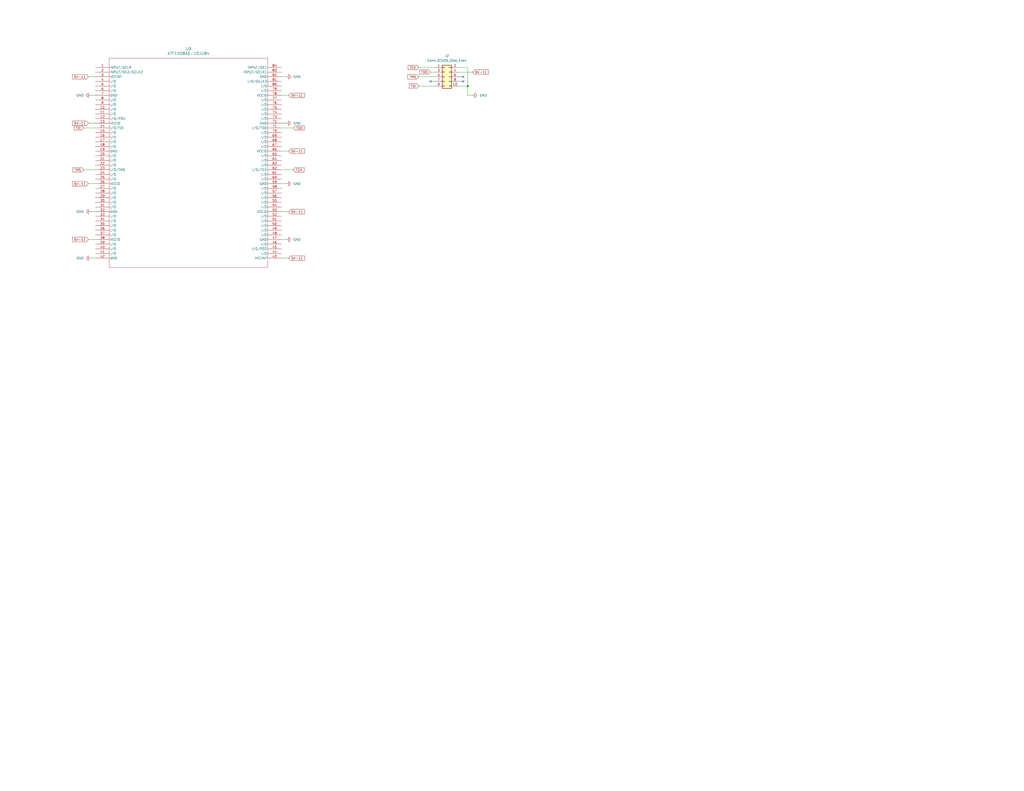
<source format=kicad_sch>
(kicad_sch (version 20250114) (generator "eeschema") (generator_version "9.0")
  (paper "C")
  (lib_symbols
    (symbol "ATF1508AS:ATF1508AS-10JU84" (pin_names (offset 0.254))
      (property "Reference" "U" (at 50.8 10.16 0))
      (property "Value" "ATF1508AS-10JU84" (at 50.8 7.62 0))
      (symbol "ATF1508AS-10JU84_0_1"
        (polyline (pts (xy 7.62 5.08) (xy 7.62 -109.22)) (stroke (width 0.127)))
        (polyline (pts (xy 7.62 -109.22) (xy 93.98 -109.22)) (stroke (width 0.127)))
        (polyline (pts (xy 93.98 5.08) (xy 7.62 5.08)) (stroke (width 0.127)))
        (polyline (pts (xy 93.98 -109.22) (xy 93.98 5.08)) (stroke (width 0.127)))
        (pin bidirectional line (at 0 0 0) (length 7.62) (name "INPUT/GCLR") (number "1"))
        (pin bidirectional line (at 0 -2.54 0) (length 7.62) (name "INPUT/OE2/GCLK2") (number "2"))
        (pin power_in line (at 0 -5.08 0) (length 7.62) (name "VCCINT") (number "3"))
        (pin bidirectional line (at 0 -7.62 0) (length 7.62) (name "I/O") (number "4"))
        (pin bidirectional line (at 0 -10.16 0) (length 7.62) (name "I/O") (number "5"))
        (pin bidirectional line (at 0 -12.7 0) (length 7.62) (name "I/O") (number "6"))
        (pin power_in line (at 0 -15.24 0) (length 7.62) (name "GND") (number "7"))
        (pin bidirectional line (at 0 -17.78 0) (length 7.62) (name "I/O") (number "8"))
        (pin bidirectional line (at 0 -20.32 0) (length 7.62) (name "I/O") (number "9"))
        (pin bidirectional line (at 0 -22.86 0) (length 7.62) (name "I/O") (number "10"))
        (pin bidirectional line (at 0 -25.4 0) (length 7.62) (name "I/O") (number "11"))
        (pin bidirectional line (at 0 -27.94 0) (length 7.62) (name "I/O/PD1") (number "12"))
        (pin power_in line (at 0 -30.48 0) (length 7.62) (name "VCCIO") (number "13"))
        (pin bidirectional line (at 0 -33.02 0) (length 7.62) (name "I/O/TDI") (number "14"))
        (pin bidirectional line (at 0 -35.56 0) (length 7.62) (name "I/O") (number "15"))
        (pin bidirectional line (at 0 -38.1 0) (length 7.62) (name "I/O") (number "16"))
        (pin bidirectional line (at 0 -40.64 0) (length 7.62) (name "I/O") (number "17"))
        (pin bidirectional line (at 0 -43.18 0) (length 7.62) (name "I/O") (number "18"))
        (pin power_in line (at 0 -45.72 0) (length 7.62) (name "GND") (number "19"))
        (pin bidirectional line (at 0 -48.26 0) (length 7.62) (name "I/O") (number "20"))
        (pin bidirectional line (at 0 -50.8 0) (length 7.62) (name "I/O") (number "21"))
        (pin bidirectional line (at 0 -53.34 0) (length 7.62) (name "I/O") (number "22"))
        (pin bidirectional line (at 0 -55.88 0) (length 7.62) (name "I/O/TMS") (number "23"))
        (pin bidirectional line (at 0 -58.42 0) (length 7.62) (name "I/O") (number "24"))
        (pin bidirectional line (at 0 -60.96 0) (length 7.62) (name "I/O") (number "25"))
        (pin power_in line (at 0 -63.5 0) (length 7.62) (name "VCCIO") (number "26"))
        (pin bidirectional line (at 0 -66.04 0) (length 7.62) (name "I/O") (number "27"))
        (pin bidirectional line (at 0 -68.58 0) (length 7.62) (name "I/O") (number "28"))
        (pin bidirectional line (at 0 -71.12 0) (length 7.62) (name "I/O") (number "29"))
        (pin bidirectional line (at 0 -73.66 0) (length 7.62) (name "I/O") (number "30"))
        (pin bidirectional line (at 0 -76.2 0) (length 7.62) (name "I/O") (number "31"))
        (pin power_in line (at 0 -78.74 0) (length 7.62) (name "GND") (number "32"))
        (pin bidirectional line (at 0 -81.28 0) (length 7.62) (name "I/O") (number "33"))
        (pin bidirectional line (at 0 -83.82 0) (length 7.62) (name "I/O") (number "34"))
        (pin bidirectional line (at 0 -86.36 0) (length 7.62) (name "I/O") (number "35"))
        (pin bidirectional line (at 0 -88.9 0) (length 7.62) (name "I/O") (number "36"))
        (pin bidirectional line (at 0 -91.44 0) (length 7.62) (name "I/O") (number "37"))
        (pin power_in line (at 0 -93.98 0) (length 7.62) (name "VCCIO") (number "38"))
        (pin bidirectional line (at 0 -96.52 0) (length 7.62) (name "I/O") (number "39"))
        (pin bidirectional line (at 0 -99.06 0) (length 7.62) (name "I/O") (number "40"))
        (pin bidirectional line (at 0 -101.6 0) (length 7.62) (name "I/O") (number "41"))
        (pin power_in line (at 0 -104.14 0) (length 7.62) (name "GND") (number "42"))
        (pin bidirectional line (at 101.6 0 180) (length 7.62) (name "INPUT/OE1") (number "84"))
        (pin bidirectional line (at 101.6 -2.54 180) (length 7.62) (name "INPUT/GCLK1") (number "83"))
        (pin power_in line (at 101.6 -5.08 180) (length 7.62) (name "GND") (number "82"))
        (pin bidirectional line (at 101.6 -7.62 180) (length 7.62) (name "I/O/GCLK3") (number "81"))
        (pin bidirectional line (at 101.6 -10.16 180) (length 7.62) (name "I/O") (number "80"))
        (pin bidirectional line (at 101.6 -12.7 180) (length 7.62) (name "I/O") (number "79"))
        (pin power_in line (at 101.6 -15.24 180) (length 7.62) (name "VCCIO") (number "78"))
        (pin bidirectional line (at 101.6 -17.78 180) (length 7.62) (name "I/O") (number "77"))
        (pin bidirectional line (at 101.6 -20.32 180) (length 7.62) (name "I/O") (number "76"))
        (pin bidirectional line (at 101.6 -22.86 180) (length 7.62) (name "I/O") (number "75"))
        (pin bidirectional line (at 101.6 -25.4 180) (length 7.62) (name "I/O") (number "74"))
        (pin bidirectional line (at 101.6 -27.94 180) (length 7.62) (name "I/O") (number "73"))
        (pin power_in line (at 101.6 -30.48 180) (length 7.62) (name "GND") (number "72"))
        (pin bidirectional line (at 101.6 -33.02 180) (length 7.62) (name "I/O/TDO") (number "71"))
        (pin bidirectional line (at 101.6 -35.56 180) (length 7.62) (name "I/O") (number "70"))
        (pin bidirectional line (at 101.6 -38.1 180) (length 7.62) (name "I/O") (number "69"))
        (pin bidirectional line (at 101.6 -40.64 180) (length 7.62) (name "I/O") (number "68"))
        (pin bidirectional line (at 101.6 -43.18 180) (length 7.62) (name "I/O") (number "67"))
        (pin power_in line (at 101.6 -45.72 180) (length 7.62) (name "VCCIO") (number "66"))
        (pin bidirectional line (at 101.6 -48.26 180) (length 7.62) (name "I/O") (number "65"))
        (pin bidirectional line (at 101.6 -50.8 180) (length 7.62) (name "I/O") (number "64"))
        (pin bidirectional line (at 101.6 -53.34 180) (length 7.62) (name "I/O") (number "63"))
        (pin bidirectional line (at 101.6 -55.88 180) (length 7.62) (name "I/O/TCK") (number "62"))
        (pin bidirectional line (at 101.6 -58.42 180) (length 7.62) (name "I/O") (number "61"))
        (pin bidirectional line (at 101.6 -60.96 180) (length 7.62) (name "I/O") (number "60"))
        (pin power_in line (at 101.6 -63.5 180) (length 7.62) (name "GND") (number "59"))
        (pin bidirectional line (at 101.6 -66.04 180) (length 7.62) (name "I/O") (number "58"))
        (pin bidirectional line (at 101.6 -68.58 180) (length 7.62) (name "I/O") (number "57"))
        (pin bidirectional line (at 101.6 -71.12 180) (length 7.62) (name "I/O") (number "56"))
        (pin bidirectional line (at 101.6 -73.66 180) (length 7.62) (name "I/O") (number "55"))
        (pin bidirectional line (at 101.6 -76.2 180) (length 7.62) (name "I/O") (number "54"))
        (pin power_in line (at 101.6 -78.74 180) (length 7.62) (name "VCCIO") (number "53"))
        (pin bidirectional line (at 101.6 -81.28 180) (length 7.62) (name "I/O") (number "52"))
        (pin bidirectional line (at 101.6 -83.82 180) (length 7.62) (name "I/O") (number "51"))
        (pin bidirectional line (at 101.6 -86.36 180) (length 7.62) (name "I/O") (number "50"))
        (pin bidirectional line (at 101.6 -88.9 180) (length 7.62) (name "I/O") (number "49"))
        (pin bidirectional line (at 101.6 -91.44 180) (length 7.62) (name "I/O") (number "48"))
        (pin power_in line (at 101.6 -93.98 180) (length 7.62) (name "GND") (number "47"))
        (pin bidirectional line (at 101.6 -96.52 180) (length 7.62) (name "I/O") (number "46"))
        (pin bidirectional line (at 101.6 -99.06 180) (length 7.62) (name "I/O/PD2") (number "45"))
        (pin bidirectional line (at 101.6 -101.6 180) (length 7.62) (name "I/O") (number "44"))
        (pin power_in line (at 101.6 -104.14 180) (length 7.62) (name "VCCINT") (number "43"))
      )
    )
    (symbol "Connector_Generic:Conn_02x05_Odd_Even" (pin_names (offset 1.016) (hide yes))
      (property "Reference" "J" (at 1.27 7.62 0))
      (property "Value" "Conn_02x05_Odd_Even" (at 1.27 -7.62 0))
      (symbol "Conn_02x05_Odd_Even_1_1"
        (rectangle (start -1.27 6.35) (end 3.81 -6.35) (stroke (width 0.254)) (fill (type background)))
        (rectangle (start -1.27 5.207) (end 0 4.953) (stroke (width 0.1524)))
        (rectangle (start -1.27 2.667) (end 0 2.413) (stroke (width 0.1524)))
        (rectangle (start -1.27 0.127) (end 0 -0.127) (stroke (width 0.1524)))
        (rectangle (start -1.27 -2.413) (end 0 -2.667) (stroke (width 0.1524)))
        (rectangle (start -1.27 -4.953) (end 0 -5.207) (stroke (width 0.1524)))
        (rectangle (start 3.81 5.207) (end 2.54 4.953) (stroke (width 0.1524)))
        (rectangle (start 3.81 2.667) (end 2.54 2.413) (stroke (width 0.1524)))
        (rectangle (start 3.81 0.127) (end 2.54 -0.127) (stroke (width 0.1524)))
        (rectangle (start 3.81 -2.413) (end 2.54 -2.667) (stroke (width 0.1524)))
        (rectangle (start 3.81 -4.953) (end 2.54 -5.207) (stroke (width 0.1524)))
        (pin passive line (at -5.08 5.08 0) (length 3.81) (name "Pin_1") (number "1"))
        (pin passive line (at -5.08 2.54 0) (length 3.81) (name "Pin_3") (number "3"))
        (pin passive line (at -5.08 0 0) (length 3.81) (name "Pin_5") (number "5"))
        (pin passive line (at -5.08 -2.54 0) (length 3.81) (name "Pin_7") (number "7"))
        (pin passive line (at -5.08 -5.08 0) (length 3.81) (name "Pin_9") (number "9"))
        (pin passive line (at 7.62 5.08 180) (length 3.81) (name "Pin_2") (number "2"))
        (pin passive line (at 7.62 2.54 180) (length 3.81) (name "Pin_4") (number "4"))
        (pin passive line (at 7.62 0 180) (length 3.81) (name "Pin_6") (number "6"))
        (pin passive line (at 7.62 -2.54 180) (length 3.81) (name "Pin_8") (number "8"))
        (pin passive line (at 7.62 -5.08 180) (length 3.81) (name "Pin_10") (number "10"))
      )
    )
    (symbol "power:GND" (power) (pin_numbers (hide yes)) (pin_names (offset 0) (hide yes))
      (property "Value" "GND" (at 0 -3.81 0))
      (symbol "GND_0_1"
        (polyline (pts (xy 0 0) (xy 0 -1.27) (xy 1.27 -1.27) (xy 0 -2.54) (xy -1.27 -1.27) (xy 0 -1.27)))
      )
      (symbol "GND_1_1"
        (pin power_in line (at 0 0 270) (length 0) (name "~") (number "1"))
      )
    )
  )
  (junction (at 255.27 46.99))
  (no_connect (at 252.73 44.45))
  (no_connect (at 234.95 44.45))
  (no_connect (at 252.73 41.91))
  (wire (pts (xy 48.26 130.81) (xy 52.07 130.81)))
  (wire (pts (xy 153.67 52.07) (xy 157.48 52.07)))
  (wire (pts (xy 228.6 46.99) (xy 237.49 46.99)))
  (wire (pts (xy 153.67 67.31) (xy 156.21 67.31)))
  (wire (pts (xy 257.81 52.07) (xy 255.27 52.07)))
  (wire (pts (xy 250.19 46.99) (xy 255.27 46.99)))
  (wire (pts (xy 153.67 115.57) (xy 157.48 115.57)))
  (wire (pts (xy 45.72 92.71) (xy 52.07 92.71)))
  (wire (pts (xy 153.67 130.81) (xy 156.21 130.81)))
  (wire (pts (xy 45.72 69.85) (xy 52.07 69.85)))
  (wire (pts (xy 250.19 39.37) (xy 257.81 39.37)))
  (wire (pts (xy 153.67 140.97) (xy 157.48 140.97)))
  (wire (pts (xy 153.67 100.33) (xy 156.21 100.33)))
  (wire (pts (xy 255.27 36.83) (xy 250.19 36.83)))
  (wire (pts (xy 234.95 44.45) (xy 237.49 44.45)))
  (wire (pts (xy 153.67 69.85) (xy 160.02 69.85)))
  (wire (pts (xy 48.26 41.91) (xy 52.07 41.91)))
  (wire (pts (xy 228.6 41.91) (xy 237.49 41.91)))
  (wire (pts (xy 234.95 39.37) (xy 237.49 39.37)))
  (wire (pts (xy 153.67 82.55) (xy 157.48 82.55)))
  (wire (pts (xy 250.19 44.45) (xy 252.73 44.45)))
  (wire (pts (xy 255.27 52.07) (xy 255.27 46.99)))
  (wire (pts (xy 48.26 100.33) (xy 52.07 100.33)))
  (wire (pts (xy 255.27 46.99) (xy 255.27 36.83)))
  (wire (pts (xy 49.53 140.97) (xy 52.07 140.97)))
  (wire (pts (xy 153.67 92.71) (xy 160.02 92.71)))
  (wire (pts (xy 49.53 115.57) (xy 52.07 115.57)))
  (wire (pts (xy 49.53 52.07) (xy 52.07 52.07)))
  (wire (pts (xy 228.6 36.83) (xy 237.49 36.83)))
  (wire (pts (xy 48.26 67.31) (xy 52.07 67.31)))
  (wire (pts (xy 153.67 41.91) (xy 156.21 41.91)))
  (wire (pts (xy 250.19 41.91) (xy 252.73 41.91)))
  (global_label "5V-11" (shape input) (at 257.81 39.37 0) (property "Intersheetrefs" "${INTERSHEET_REFS}" (effects (hide yes))))
  (global_label "5V-11" (shape input) (at 157.48 140.97 0) (property "Intersheetrefs" "${INTERSHEET_REFS}" (effects (hide yes))))
  (global_label "5V-11" (shape input) (at 48.26 130.81 180) (property "Intersheetrefs" "${INTERSHEET_REFS}" (effects (hide yes))))
  (global_label "TMS" (shape input) (at 45.72 92.71 180) (property "Intersheetrefs" "${INTERSHEET_REFS}" (effects (hide yes))))
  (global_label "TDI" (shape input) (at 228.6 46.99 180) (property "Intersheetrefs" "${INTERSHEET_REFS}" (effects (hide yes))))
  (global_label "5V-11" (shape input) (at 157.48 115.57 0) (property "Intersheetrefs" "${INTERSHEET_REFS}" (effects (hide yes))))
  (global_label "TCK" (shape input) (at 228.6 36.83 180) (property "Intersheetrefs" "${INTERSHEET_REFS}" (effects (hide yes))))
  (global_label "TCK" (shape input) (at 160.02 92.71 0) (property "Intersheetrefs" "${INTERSHEET_REFS}" (effects (hide yes))))
  (global_label "5V-11" (shape input) (at 48.26 67.31 180) (property "Intersheetrefs" "${INTERSHEET_REFS}" (effects (hide yes))))
  (global_label "5V-11" (shape input) (at 157.48 82.55 0) (property "Intersheetrefs" "${INTERSHEET_REFS}" (effects (hide yes))))
  (global_label "5V-11" (shape input) (at 157.48 52.07 0) (property "Intersheetrefs" "${INTERSHEET_REFS}" (effects (hide yes))))
  (global_label "TDO" (shape input) (at 234.95 39.37 180) (property "Intersheetrefs" "${INTERSHEET_REFS}" (effects (hide yes))))
  (global_label "TMS" (shape input) (at 228.6 41.91 180) (property "Intersheetrefs" "${INTERSHEET_REFS}" (effects (hide yes))))
  (global_label "5V-11" (shape input) (at 48.26 100.33 180) (property "Intersheetrefs" "${INTERSHEET_REFS}" (effects (hide yes))))
  (global_label "5V-11" (shape input) (at 48.26 41.91 180) (property "Intersheetrefs" "${INTERSHEET_REFS}" (effects (hide yes))))
  (global_label "TDI" (shape input) (at 45.72 69.85 180) (property "Intersheetrefs" "${INTERSHEET_REFS}" (effects (hide yes))))
  (global_label "TDO" (shape input) (at 160.02 69.85 0) (property "Intersheetrefs" "${INTERSHEET_REFS}" (effects (hide yes))))
  (symbol (lib_id "Connector_Generic:Conn_02x05_Odd_Even") (at 242.57 41.91 0) (unit 1)
    (property "Reference" "J2" (at 243.84 30.48 0))
    (property "Value" "Conn_02x05_Odd_Even" (at 243.84 33.02 0))
    (property "Description" "Generic connector, double row, 02x05, odd/even pin numbering scheme (row 1 odd numbers, row 2 even numbers), script generated (kicad-library-utils/schlib/autogen/connector/)" (effects (hide yes)))
  )
  (symbol (lib_id "power:GND") (at 257.81 52.07 90) (unit 1)
    (property "Reference" "#PWR04" (effects (hide yes)))
    (property "Value" "GND" (at 261.62 52.0699 90) (effects (justify right)))
    (property "Description" "Power symbol creates a global label with name \"GND\" , ground" (effects (hide yes)))
  )
  (symbol (lib_id "power:GND") (at 156.21 67.31 90) (unit 1)
    (property "Reference" "#PWR05" (effects (hide yes)))
    (property "Value" "GND" (at 160.02 67.3099 90) (effects (justify right)))
    (property "Description" "Power symbol creates a global label with name \"GND\" , ground" (effects (hide yes)))
  )
  (symbol (lib_id "power:GND") (at 156.21 130.81 90) (unit 1)
    (property "Reference" "#PWR011" (effects (hide yes)))
    (property "Value" "GND" (at 160.02 130.8099 90) (effects (justify right)))
    (property "Description" "Power symbol creates a global label with name \"GND\" , ground" (effects (hide yes)))
  )
  (symbol (lib_id "power:GND") (at 49.53 52.07 270) (unit 1)
    (property "Reference" "#PWR010" (effects (hide yes)))
    (property "Value" "GND" (at 45.72 52.0699 90) (effects (justify right)))
    (property "Description" "Power symbol creates a global label with name \"GND\" , ground" (effects (hide yes)))
  )
  (symbol (lib_id "power:GND") (at 156.21 41.91 90) (unit 1)
    (property "Reference" "#PWR06" (effects (hide yes)))
    (property "Value" "GND" (at 160.02 41.9099 90) (effects (justify right)))
    (property "Description" "Power symbol creates a global label with name \"GND\" , ground" (effects (hide yes)))
  )
  (symbol (lib_id "power:GND") (at 49.53 140.97 270) (unit 1)
    (property "Reference" "#PWR09" (effects (hide yes)))
    (property "Value" "GND" (at 45.72 140.9699 90) (effects (justify right)))
    (property "Description" "Power symbol creates a global label with name \"GND\" , ground" (effects (hide yes)))
  )
  (symbol (lib_id "power:GND") (at 49.53 115.57 270) (unit 1)
    (property "Reference" "#PWR08" (effects (hide yes)))
    (property "Value" "GND" (at 45.72 115.5699 90) (effects (justify right)))
    (property "Description" "Power symbol creates a global label with name \"GND\" , ground" (effects (hide yes)))
  )
  (symbol (lib_id "power:GND") (at 156.21 100.33 90) (unit 1)
    (property "Reference" "#PWR07" (effects (hide yes)))
    (property "Value" "GND" (at 160.02 100.3299 90) (effects (justify right)))
    (property "Description" "Power symbol creates a global label with name \"GND\" , ground" (effects (hide yes)))
  )
  (symbol (lib_id "ATF1508AS:ATF1508AS-10JU84") (at 52.07 36.83 0) (unit 1)
    (property "Reference" "U9" (at 102.87 26.67 0) (effects (font (size 1.524 1.524))))
    (property "Value" "ATF1508AS-10JU84" (at 102.87 29.21 0) (effects (font (size 1.524 1.524))))
    (property "Footprint" "PLCC84_MCH" (effects (hide yes)))
    (property "Datasheet" "ATF1508AS-10JU84" (effects (hide yes)))
  )
)
</source>
